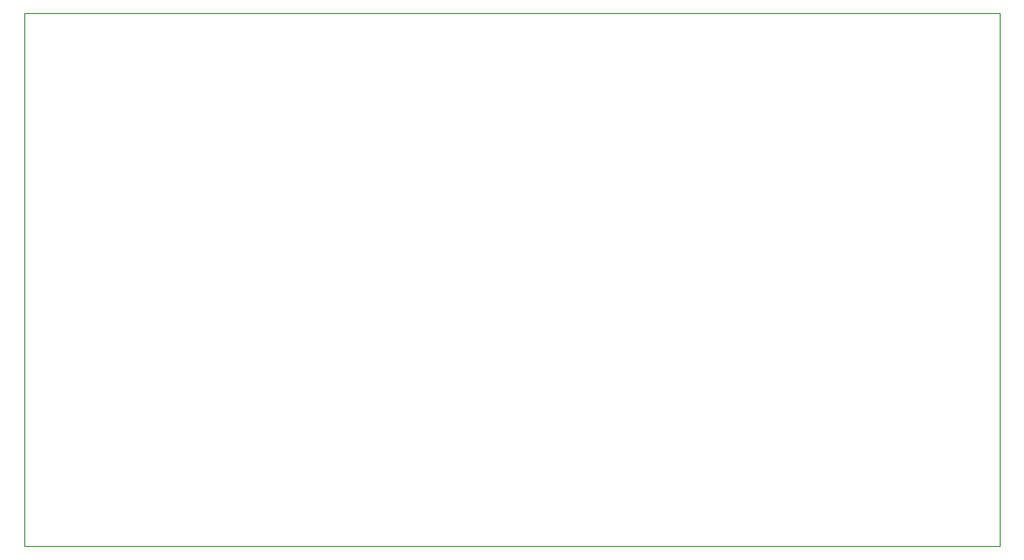
<source format=gm1>
G04 #@! TF.GenerationSoftware,KiCad,Pcbnew,(5.1.2)-1*
G04 #@! TF.CreationDate,2019-05-30T07:31:40-07:00*
G04 #@! TF.ProjectId,mechanical_keyboard_mk0,6d656368-616e-4696-9361-6c5f6b657962,rev?*
G04 #@! TF.SameCoordinates,Original*
G04 #@! TF.FileFunction,Profile,NP*
%FSLAX46Y46*%
G04 Gerber Fmt 4.6, Leading zero omitted, Abs format (unit mm)*
G04 Created by KiCad (PCBNEW (5.1.2)-1) date 2019-05-30 07:31:40*
%MOMM*%
%LPD*%
G04 APERTURE LIST*
%ADD10C,0.050000*%
G04 APERTURE END LIST*
D10*
X179705000Y-90043000D02*
X91440000Y-90043000D01*
X179705000Y-41783000D02*
X179705000Y-90043000D01*
X91440000Y-41783000D02*
X179705000Y-41783000D01*
X91440000Y-90043000D02*
X91440000Y-41783000D01*
M02*

</source>
